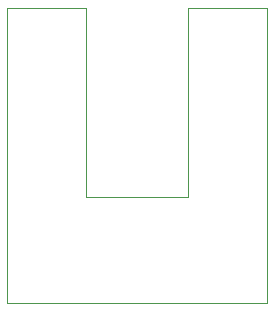
<source format=gbr>
G04 %TF.GenerationSoftware,KiCad,Pcbnew,(6.0.4-0)@% jlc*
G04 %TF.CreationDate,2022-06-11T07:19:30+09:00@% jlc*
G04 %TF.ProjectId,KeyBall,4b657942-616c-46c2-9e6b-696361645f70,rev?@% jlc*
G04 %TF.SameCoordinates,Original@% jlc*
G04 %TF.FileFunction,Profile,NP@% jlc*
%FSLAX46Y46*%
G04 Gerber Fmt 4.6, Leading zero omitted, Abs format (unit mm)*
G04 Created by KiCad (PCBNEW (6.0.4-0)) date 2022-06-11 07:19:30*
%MOMM*%
%LPD*%
G01*
G04 APERTURE LIST*
G04 %TA.AperFunction,Profile@% jlc*
%ADD10C,0.100000*%
G04 %TD@% jlc*
G04 APERTURE END LIST*
D10*
X161700000Y-87000000D02*
X168400000Y-87000000D01*
X153100000Y-87000000D02*
X153100000Y-103000000D01*
X168400000Y-112000000D02*
X146400000Y-112000000D01*
X146400000Y-87000000D02*
X153100000Y-87000000D01*
X146400000Y-112000000D02*
X146400000Y-87000000D01*
X168400000Y-87000000D02*
X168400000Y-112000000D01*
X153100000Y-103000000D02*
X161700000Y-103000000D01*
X161700000Y-103000000D02*
X161700000Y-87000000D01*
M02*

</source>
